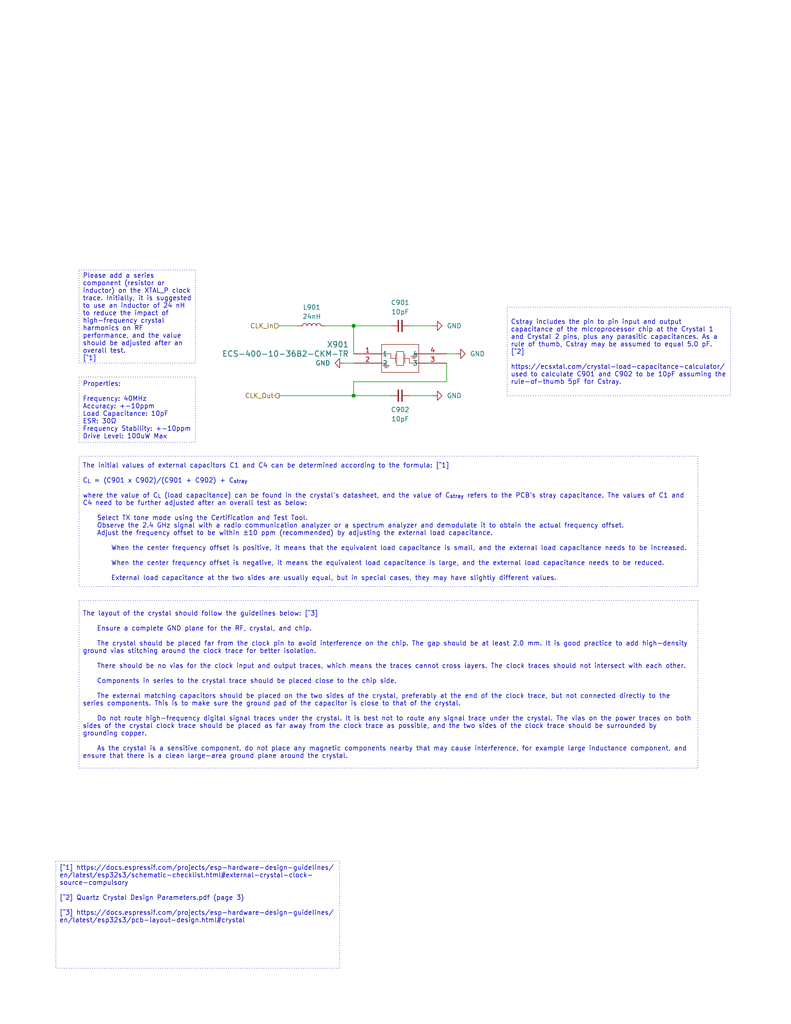
<source format=kicad_sch>
(kicad_sch
	(version 20231120)
	(generator "eeschema")
	(generator_version "8.0")
	(uuid "9c1e2605-977a-4c2b-bc76-ca44aec4a95c")
	(paper "A" portrait)
	(title_block
		(title "Comms Badge Voice Assistant")
		(date "2024-03-02")
		(rev "0.1.1")
		(company "Home Sweet Home Assistant")
	)
	(lib_symbols
		(symbol "Comms Badge Voice Assistant Project:C_Small"
			(pin_numbers hide)
			(pin_names
				(offset 0.254) hide)
			(exclude_from_sim no)
			(in_bom yes)
			(on_board yes)
			(property "Reference" "C"
				(at 0.254 1.778 0)
				(effects
					(font
						(size 1.27 1.27)
					)
					(justify left)
				)
			)
			(property "Value" "C_Small"
				(at 0.254 -2.032 0)
				(effects
					(font
						(size 1.27 1.27)
					)
					(justify left)
				)
			)
			(property "Footprint" ""
				(at 0 0 0)
				(effects
					(font
						(size 1.27 1.27)
					)
					(hide yes)
				)
			)
			(property "Datasheet" "~"
				(at 0 0 0)
				(effects
					(font
						(size 1.27 1.27)
					)
					(hide yes)
				)
			)
			(property "Description" "Unpolarized capacitor, small symbol"
				(at 0 0 0)
				(effects
					(font
						(size 1.27 1.27)
					)
					(hide yes)
				)
			)
			(property "ki_keywords" "capacitor cap"
				(at 0 0 0)
				(effects
					(font
						(size 1.27 1.27)
					)
					(hide yes)
				)
			)
			(property "ki_fp_filters" "C_*"
				(at 0 0 0)
				(effects
					(font
						(size 1.27 1.27)
					)
					(hide yes)
				)
			)
			(symbol "C_Small_0_1"
				(polyline
					(pts
						(xy -1.524 -0.508) (xy 1.524 -0.508)
					)
					(stroke
						(width 0.3302)
						(type default)
					)
					(fill
						(type none)
					)
				)
				(polyline
					(pts
						(xy -1.524 0.508) (xy 1.524 0.508)
					)
					(stroke
						(width 0.3048)
						(type default)
					)
					(fill
						(type none)
					)
				)
			)
			(symbol "C_Small_1_1"
				(pin passive line
					(at 0 2.54 270)
					(length 2.032)
					(name "~"
						(effects
							(font
								(size 1.27 1.27)
							)
						)
					)
					(number "1"
						(effects
							(font
								(size 1.27 1.27)
							)
						)
					)
				)
				(pin passive line
					(at 0 -2.54 90)
					(length 2.032)
					(name "~"
						(effects
							(font
								(size 1.27 1.27)
							)
						)
					)
					(number "2"
						(effects
							(font
								(size 1.27 1.27)
							)
						)
					)
				)
			)
		)
		(symbol "Comms Badge Voice Assistant Project:ECS-400-10-36B2-CKM-TR"
			(pin_names
				(offset 0.254)
			)
			(exclude_from_sim no)
			(in_bom yes)
			(on_board yes)
			(property "Reference" "X901"
				(at -1.27 2.54 0)
				(effects
					(font
						(size 1.524 1.524)
					)
					(justify right)
				)
			)
			(property "Value" "ECS-400-10-36B2-CKM-TR"
				(at -1.27 0 0)
				(effects
					(font
						(size 1.524 1.524)
					)
					(justify right)
				)
			)
			(property "Footprint" "ECS-400_ECS"
				(at 0 0 0)
				(effects
					(font
						(size 1.27 1.27)
						(italic yes)
					)
					(hide yes)
				)
			)
			(property "Datasheet" "https://ecsxtal.com/store/pdf/ECX-2236B2.pdf"
				(at 0 0 0)
				(effects
					(font
						(size 1.27 1.27)
						(italic yes)
					)
					(hide yes)
				)
			)
			(property "Description" ""
				(at 0 0 0)
				(effects
					(font
						(size 1.27 1.27)
					)
					(hide yes)
				)
			)
			(property "LCSC #" "NA"
				(at 0 0 0)
				(effects
					(font
						(size 1.27 1.27)
					)
					(hide yes)
				)
			)
			(property "Mfr. Part #" "ECS-400-10-36B2-CKM-TR"
				(at 0 0 0)
				(effects
					(font
						(size 1.27 1.27)
					)
					(hide yes)
				)
			)
			(property "DigiKey #" "50-ECS-400-10-36B2-CKM-TRCT-ND"
				(at 0 0 0)
				(effects
					(font
						(size 1.27 1.27)
					)
					(hide yes)
				)
			)
			(property "Mouser #" "520-400-10-36B2CKMTR"
				(at 0 0 0)
				(effects
					(font
						(size 1.27 1.27)
					)
					(hide yes)
				)
			)
			(property "Price" "0.42"
				(at 0 0 0)
				(effects
					(font
						(size 1.27 1.27)
					)
					(hide yes)
				)
			)
			(property "ki_locked" ""
				(at 0 0 0)
				(effects
					(font
						(size 1.27 1.27)
					)
				)
			)
			(property "ki_keywords" "ECS-400-10-36B2-CKM-TR"
				(at 0 0 0)
				(effects
					(font
						(size 1.27 1.27)
					)
					(hide yes)
				)
			)
			(property "ki_fp_filters" "ECS-400_ECS"
				(at 0 0 0)
				(effects
					(font
						(size 1.27 1.27)
					)
					(hide yes)
				)
			)
			(symbol "ECS-400-10-36B2-CKM-TR_0_1"
				(polyline
					(pts
						(xy 7.62 -5.08) (xy 17.78 -5.08)
					)
					(stroke
						(width 0.127)
						(type default)
					)
					(fill
						(type none)
					)
				)
				(polyline
					(pts
						(xy 7.62 -2.54) (xy 8.89 -2.54)
					)
					(stroke
						(width 0.127)
						(type default)
					)
					(fill
						(type none)
					)
				)
				(polyline
					(pts
						(xy 7.62 2.54) (xy 7.62 -5.08)
					)
					(stroke
						(width 0.127)
						(type default)
					)
					(fill
						(type none)
					)
				)
				(polyline
					(pts
						(xy 7.9375 -3.175) (xy 9.8425 -3.175)
					)
					(stroke
						(width 0.127)
						(type default)
					)
					(fill
						(type none)
					)
				)
				(polyline
					(pts
						(xy 8.255 -3.4925) (xy 9.525 -3.4925)
					)
					(stroke
						(width 0.127)
						(type default)
					)
					(fill
						(type none)
					)
				)
				(polyline
					(pts
						(xy 8.5725 -3.81) (xy 9.2075 -3.81)
					)
					(stroke
						(width 0.127)
						(type default)
					)
					(fill
						(type none)
					)
				)
				(polyline
					(pts
						(xy 8.89 -2.54) (xy 8.89 -3.175)
					)
					(stroke
						(width 0.127)
						(type default)
					)
					(fill
						(type none)
					)
				)
				(polyline
					(pts
						(xy 10.16 -1.27) (xy 10.16 0)
					)
					(stroke
						(width 0.127)
						(type default)
					)
					(fill
						(type none)
					)
				)
				(polyline
					(pts
						(xy 10.16 0) (xy 7.62 0)
					)
					(stroke
						(width 0.127)
						(type default)
					)
					(fill
						(type none)
					)
				)
				(polyline
					(pts
						(xy 11.43 -1.27) (xy 10.16 -1.27)
					)
					(stroke
						(width 0.127)
						(type default)
					)
					(fill
						(type none)
					)
				)
				(polyline
					(pts
						(xy 11.43 0) (xy 11.43 -2.54)
					)
					(stroke
						(width 0.127)
						(type default)
					)
					(fill
						(type none)
					)
				)
				(polyline
					(pts
						(xy 11.7475 -3.175) (xy 13.6525 -3.175)
					)
					(stroke
						(width 0.127)
						(type default)
					)
					(fill
						(type none)
					)
				)
				(polyline
					(pts
						(xy 11.7475 0.635) (xy 11.7475 -3.175)
					)
					(stroke
						(width 0.127)
						(type default)
					)
					(fill
						(type none)
					)
				)
				(polyline
					(pts
						(xy 13.6525 -3.175) (xy 13.6525 0.635)
					)
					(stroke
						(width 0.127)
						(type default)
					)
					(fill
						(type none)
					)
				)
				(polyline
					(pts
						(xy 13.6525 0.635) (xy 11.7475 0.635)
					)
					(stroke
						(width 0.127)
						(type default)
					)
					(fill
						(type none)
					)
				)
				(polyline
					(pts
						(xy 13.97 -1.27) (xy 15.24 -1.27)
					)
					(stroke
						(width 0.127)
						(type default)
					)
					(fill
						(type none)
					)
				)
				(polyline
					(pts
						(xy 13.97 0) (xy 13.97 -2.54)
					)
					(stroke
						(width 0.127)
						(type default)
					)
					(fill
						(type none)
					)
				)
				(polyline
					(pts
						(xy 15.24 -2.54) (xy 17.78 -2.54)
					)
					(stroke
						(width 0.127)
						(type default)
					)
					(fill
						(type none)
					)
				)
				(polyline
					(pts
						(xy 15.24 -1.27) (xy 15.24 -2.54)
					)
					(stroke
						(width 0.127)
						(type default)
					)
					(fill
						(type none)
					)
				)
				(polyline
					(pts
						(xy 16.51 0) (xy 16.51 -0.635)
					)
					(stroke
						(width 0.127)
						(type default)
					)
					(fill
						(type none)
					)
				)
				(polyline
					(pts
						(xy 16.8275 -1.27) (xy 16.1925 -1.27)
					)
					(stroke
						(width 0.127)
						(type default)
					)
					(fill
						(type none)
					)
				)
				(polyline
					(pts
						(xy 17.145 -0.9525) (xy 15.875 -0.9525)
					)
					(stroke
						(width 0.127)
						(type default)
					)
					(fill
						(type none)
					)
				)
				(polyline
					(pts
						(xy 17.4625 -0.635) (xy 15.5575 -0.635)
					)
					(stroke
						(width 0.127)
						(type default)
					)
					(fill
						(type none)
					)
				)
				(polyline
					(pts
						(xy 17.78 -5.08) (xy 17.78 2.54)
					)
					(stroke
						(width 0.127)
						(type default)
					)
					(fill
						(type none)
					)
				)
				(polyline
					(pts
						(xy 17.78 0) (xy 16.51 0)
					)
					(stroke
						(width 0.127)
						(type default)
					)
					(fill
						(type none)
					)
				)
				(polyline
					(pts
						(xy 17.78 2.54) (xy 7.62 2.54)
					)
					(stroke
						(width 0.127)
						(type default)
					)
					(fill
						(type none)
					)
				)
			)
			(symbol "ECS-400-10-36B2-CKM-TR_1_1"
				(pin input line
					(at 0 0 0)
					(length 7.62)
					(name "1"
						(effects
							(font
								(size 1.27 1.27)
							)
						)
					)
					(number "1"
						(effects
							(font
								(size 1.27 1.27)
							)
						)
					)
				)
				(pin power_in line
					(at 0 -2.54 0)
					(length 7.62)
					(name "2"
						(effects
							(font
								(size 1.27 1.27)
							)
						)
					)
					(number "2"
						(effects
							(font
								(size 1.27 1.27)
							)
						)
					)
				)
				(pin output line
					(at 25.4 -2.54 180)
					(length 7.62)
					(name "3"
						(effects
							(font
								(size 1.27 1.27)
							)
						)
					)
					(number "3"
						(effects
							(font
								(size 1.27 1.27)
							)
						)
					)
				)
				(pin power_in line
					(at 25.4 0 180)
					(length 7.62)
					(name "4"
						(effects
							(font
								(size 1.27 1.27)
							)
						)
					)
					(number "4"
						(effects
							(font
								(size 1.27 1.27)
							)
						)
					)
				)
			)
		)
		(symbol "Comms Badge Voice Assistant Project:GND"
			(power)
			(pin_names
				(offset 0)
			)
			(exclude_from_sim no)
			(in_bom yes)
			(on_board yes)
			(property "Reference" "#PWR"
				(at 0 -6.35 0)
				(effects
					(font
						(size 1.27 1.27)
					)
					(hide yes)
				)
			)
			(property "Value" "GND"
				(at 0 -3.81 0)
				(effects
					(font
						(size 1.27 1.27)
					)
				)
			)
			(property "Footprint" ""
				(at 0 0 0)
				(effects
					(font
						(size 1.27 1.27)
					)
					(hide yes)
				)
			)
			(property "Datasheet" ""
				(at 0 0 0)
				(effects
					(font
						(size 1.27 1.27)
					)
					(hide yes)
				)
			)
			(property "Description" "Power symbol creates a global label with name \"GND\" , ground"
				(at 0 0 0)
				(effects
					(font
						(size 1.27 1.27)
					)
					(hide yes)
				)
			)
			(property "ki_keywords" "global power"
				(at 0 0 0)
				(effects
					(font
						(size 1.27 1.27)
					)
					(hide yes)
				)
			)
			(symbol "GND_0_1"
				(polyline
					(pts
						(xy 0 0) (xy 0 -1.27) (xy 1.27 -1.27) (xy 0 -2.54) (xy -1.27 -1.27) (xy 0 -1.27)
					)
					(stroke
						(width 0)
						(type default)
					)
					(fill
						(type none)
					)
				)
			)
			(symbol "GND_1_1"
				(pin power_in line
					(at 0 0 270)
					(length 0) hide
					(name "GND"
						(effects
							(font
								(size 1.27 1.27)
							)
						)
					)
					(number "1"
						(effects
							(font
								(size 1.27 1.27)
							)
						)
					)
				)
			)
		)
		(symbol "Comms Badge Voice Assistant Project:L"
			(pin_numbers hide)
			(pin_names
				(offset 1.016) hide)
			(exclude_from_sim no)
			(in_bom yes)
			(on_board yes)
			(property "Reference" "L"
				(at -1.27 0 90)
				(effects
					(font
						(size 1.27 1.27)
					)
				)
			)
			(property "Value" "L"
				(at 1.905 0 90)
				(effects
					(font
						(size 1.27 1.27)
					)
				)
			)
			(property "Footprint" ""
				(at 0 0 0)
				(effects
					(font
						(size 1.27 1.27)
					)
					(hide yes)
				)
			)
			(property "Datasheet" "~"
				(at 0 0 0)
				(effects
					(font
						(size 1.27 1.27)
					)
					(hide yes)
				)
			)
			(property "Description" "Inductor"
				(at 0 0 0)
				(effects
					(font
						(size 1.27 1.27)
					)
					(hide yes)
				)
			)
			(property "ki_keywords" "inductor choke coil reactor magnetic"
				(at 0 0 0)
				(effects
					(font
						(size 1.27 1.27)
					)
					(hide yes)
				)
			)
			(property "ki_fp_filters" "Choke_* *Coil* Inductor_* L_*"
				(at 0 0 0)
				(effects
					(font
						(size 1.27 1.27)
					)
					(hide yes)
				)
			)
			(symbol "L_0_1"
				(arc
					(start 0 -2.54)
					(mid 0.6323 -1.905)
					(end 0 -1.27)
					(stroke
						(width 0)
						(type default)
					)
					(fill
						(type none)
					)
				)
				(arc
					(start 0 -1.27)
					(mid 0.6323 -0.635)
					(end 0 0)
					(stroke
						(width 0)
						(type default)
					)
					(fill
						(type none)
					)
				)
				(arc
					(start 0 0)
					(mid 0.6323 0.635)
					(end 0 1.27)
					(stroke
						(width 0)
						(type default)
					)
					(fill
						(type none)
					)
				)
				(arc
					(start 0 1.27)
					(mid 0.6323 1.905)
					(end 0 2.54)
					(stroke
						(width 0)
						(type default)
					)
					(fill
						(type none)
					)
				)
			)
			(symbol "L_1_1"
				(pin passive line
					(at 0 3.81 270)
					(length 1.27)
					(name "1"
						(effects
							(font
								(size 1.27 1.27)
							)
						)
					)
					(number "1"
						(effects
							(font
								(size 1.27 1.27)
							)
						)
					)
				)
				(pin passive line
					(at 0 -3.81 90)
					(length 1.27)
					(name "2"
						(effects
							(font
								(size 1.27 1.27)
							)
						)
					)
					(number "2"
						(effects
							(font
								(size 1.27 1.27)
							)
						)
					)
				)
			)
		)
	)
	(junction
		(at 96.52 88.9)
		(diameter 0)
		(color 0 0 0 0)
		(uuid "69b0243e-180e-49f7-8f1c-75ab0d2d4259")
	)
	(junction
		(at 96.52 107.95)
		(diameter 0)
		(color 0 0 0 0)
		(uuid "f14e4372-fdc1-4060-bffc-36b59dc6159e")
	)
	(wire
		(pts
			(xy 96.52 88.9) (xy 106.68 88.9)
		)
		(stroke
			(width 0)
			(type default)
		)
		(uuid "1a642563-d60a-4a3f-89ac-09d9393a45bd")
	)
	(wire
		(pts
			(xy 76.2 88.9) (xy 81.28 88.9)
		)
		(stroke
			(width 0)
			(type default)
		)
		(uuid "1f90d03f-cc69-44e0-9a21-fa37cef04e1e")
	)
	(wire
		(pts
			(xy 96.52 107.95) (xy 106.68 107.95)
		)
		(stroke
			(width 0)
			(type default)
		)
		(uuid "39411b68-459a-4d90-9503-a1ab9474c8b7")
	)
	(wire
		(pts
			(xy 88.9 88.9) (xy 96.52 88.9)
		)
		(stroke
			(width 0)
			(type default)
		)
		(uuid "3d2ec37b-efa3-48ff-a072-36056f59d9ab")
	)
	(wire
		(pts
			(xy 93.98 99.06) (xy 96.52 99.06)
		)
		(stroke
			(width 0)
			(type default)
		)
		(uuid "4dbcfc61-d293-488f-abc5-390466654bc5")
	)
	(wire
		(pts
			(xy 121.92 96.52) (xy 124.46 96.52)
		)
		(stroke
			(width 0)
			(type default)
		)
		(uuid "581672ae-0115-45d9-981a-77111321c164")
	)
	(wire
		(pts
			(xy 121.92 99.06) (xy 121.92 104.14)
		)
		(stroke
			(width 0)
			(type default)
		)
		(uuid "727c28ad-ed21-4846-a03c-dcf3e2599e1a")
	)
	(wire
		(pts
			(xy 111.76 107.95) (xy 118.11 107.95)
		)
		(stroke
			(width 0)
			(type default)
		)
		(uuid "7ed8ccce-a7cf-4c7c-a9d3-626c54b6ae01")
	)
	(wire
		(pts
			(xy 76.2 107.95) (xy 96.52 107.95)
		)
		(stroke
			(width 0)
			(type default)
		)
		(uuid "83584bb3-c013-4fe7-bfa9-3a1a27ad674b")
	)
	(wire
		(pts
			(xy 96.52 88.9) (xy 96.52 96.52)
		)
		(stroke
			(width 0)
			(type default)
		)
		(uuid "a5755048-36a3-433c-9285-1a55b79bcf1f")
	)
	(wire
		(pts
			(xy 118.11 88.9) (xy 111.76 88.9)
		)
		(stroke
			(width 0)
			(type default)
		)
		(uuid "d4e47c02-b4f1-45f2-b338-966e1e8ddba8")
	)
	(wire
		(pts
			(xy 96.52 104.14) (xy 96.52 107.95)
		)
		(stroke
			(width 0)
			(type default)
		)
		(uuid "eecb7b76-a4be-4f43-835d-7231b183006b")
	)
	(wire
		(pts
			(xy 121.92 104.14) (xy 96.52 104.14)
		)
		(stroke
			(width 0)
			(type default)
		)
		(uuid "f5b02229-fd2d-4e0d-90ad-ee480e2e349b")
	)
	(text_box "Cstray includes the pin to pin input and output capacitance of the microprocessor chip at the Crystal 1 and Crystal 2 pins, plus any parasitic capacitances. As a rule of thumb, Cstray may be assumed to equal 5.0 pF. [^2]\n\nhttps://ecsxtal.com/crystal-load-capacitance-calculator/ used to calculate C901 and C902 to be 10pF assuming the rule-of-thumb 5pF for Cstray."
		(exclude_from_sim no)
		(at 138.43 83.82 0)
		(size 60.96 24.13)
		(stroke
			(width 0)
			(type dot)
		)
		(fill
			(type none)
		)
		(effects
			(font
				(size 1.27 1.27)
			)
			(justify left)
		)
		(uuid "21cc5ff2-dc5e-4ffe-8e0a-e6acc8b45f09")
	)
	(text_box "The layout of the crystal should follow the guidelines below: [^3]\n\n    Ensure a complete GND plane for the RF, crystal, and chip.\n\n    The crystal should be placed far from the clock pin to avoid interference on the chip. The gap should be at least 2.0 mm. It is good practice to add high-density ground vias stitching around the clock trace for better isolation.\n\n    There should be no vias for the clock input and output traces, which means the traces cannot cross layers. The clock traces should not intersect with each other.\n\n    Components in series to the crystal trace should be placed close to the chip side.\n\n    The external matching capacitors should be placed on the two sides of the crystal, preferably at the end of the clock trace, but not connected directly to the series components. This is to make sure the ground pad of the capacitor is close to that of the crystal.\n\n    Do not route high-frequency digital signal traces under the crystal. It is best not to route any signal trace under the crystal. The vias on the power traces on both sides of the crystal clock trace should be placed as far away from the clock trace as possible, and the two sides of the clock trace should be surrounded by grounding copper.\n\n    As the crystal is a sensitive component, do not place any magnetic components nearby that may cause interference, for example large inductance component, and ensure that there is a clean large-area ground plane around the crystal.\n"
		(exclude_from_sim no)
		(at 21.59 163.83 0)
		(size 168.91 45.72)
		(stroke
			(width 0)
			(type dot)
		)
		(fill
			(type none)
		)
		(effects
			(font
				(size 1.27 1.27)
			)
			(justify left)
		)
		(uuid "40994696-fa0f-4db1-871e-d201fbde7be4")
	)
	(text_box "Properties:\n\nFrequency: 40MHz\nAccuracy: +-10ppm\nLoad Capacitance: 10pF\nESR: 30Ω\nFrequency Stability: +-10ppm\nDrive Level: 100uW Max"
		(exclude_from_sim no)
		(at 21.59 102.87 0)
		(size 31.75 17.78)
		(stroke
			(width 0)
			(type dot)
		)
		(fill
			(type none)
		)
		(effects
			(font
				(size 1.27 1.27)
			)
			(justify left)
		)
		(uuid "8debc668-bd42-4be0-ab87-faab5ec7548c")
	)
	(text_box "[^1] https://docs.espressif.com/projects/esp-hardware-design-guidelines/\nen/latest/esp32s3/schematic-checklist.html#external-crystal-clock-\nsource-compulsory\n\n[^2] Quartz Crystal Design Parameters.pdf (page 3)\n\n[^3] https://docs.espressif.com/projects/esp-hardware-design-guidelines/\nen/latest/esp32s3/pcb-layout-design.html#crystal"
		(exclude_from_sim no)
		(at 15.24 234.95 0)
		(size 77.47 29.21)
		(stroke
			(width 0)
			(type dot)
		)
		(fill
			(type none)
		)
		(effects
			(font
				(size 1.27 1.27)
			)
			(justify left top)
		)
		(uuid "944b97f0-7c18-4e5a-8a2d-7f0228879257")
	)
	(text_box "The initial values of external capacitors C1 and C4 can be determined according to the formula: [^1]\n\nC_{L} = (C901 x C902)/(C901 + C902) + C_{stray}\n\nwhere the value of C_{L} (load capacitance) can be found in the crystal's datasheet, and the value of C_{stray} refers to the PCB's stray capacitance. The values of C1 and C4 need to be further adjusted after an overall test as below:\n\n    Select TX tone mode using the Certification and Test Tool.\n    Observe the 2.4 GHz signal with a radio communication analyzer or a spectrum analyzer and demodulate it to obtain the actual frequency offset.\n    Adjust the frequency offset to be within ±10 ppm (recommended) by adjusting the external load capacitance.\n\n        When the center frequency offset is positive, it means that the equivalent load capacitance is small, and the external load capacitance needs to be increased.\n\n        When the center frequency offset is negative, it means the equivalent load capacitance is large, and the external load capacitance needs to be reduced.\n\n        External load capacitance at the two sides are usually equal, but in special cases, they may have slightly different values.\n\n"
		(exclude_from_sim no)
		(at 21.59 124.46 0)
		(size 168.91 35.56)
		(stroke
			(width 0)
			(type dot)
		)
		(fill
			(type none)
		)
		(effects
			(font
				(size 1.27 1.27)
			)
			(justify left)
		)
		(uuid "b4d92257-06f5-4895-bb13-8eaa1470ce18")
	)
	(text_box "Please add a series component (resistor or inductor) on the XTAL_P clock trace. Initially, it is suggested to use an inductor of 24 nH to reduce the impact of high-frequency crystal harmonics on RF performance, and the value should be adjusted after an overall test.\n[^1]"
		(exclude_from_sim no)
		(at 21.59 73.66 0)
		(size 31.75 25.4)
		(stroke
			(width 0)
			(type dot)
		)
		(fill
			(type none)
		)
		(effects
			(font
				(size 1.27 1.27)
			)
			(justify left)
		)
		(uuid "bd6f3a01-dab8-4632-9687-9d925669a379")
	)
	(hierarchical_label "CLK_Out"
		(shape output)
		(at 76.2 107.95 180)
		(fields_autoplaced yes)
		(effects
			(font
				(size 1.27 1.27)
			)
			(justify right)
		)
		(uuid "8cc8393b-b2c5-443e-a2ca-59ff01d8437b")
	)
	(hierarchical_label "CLK_In"
		(shape input)
		(at 76.2 88.9 180)
		(fields_autoplaced yes)
		(effects
			(font
				(size 1.27 1.27)
			)
			(justify right)
		)
		(uuid "bcdf3682-f2cf-4603-acdb-7254138f1726")
	)
	(symbol
		(lib_id "Comms Badge Voice Assistant Project:C_Small")
		(at 109.22 107.95 270)
		(mirror x)
		(unit 1)
		(exclude_from_sim no)
		(in_bom yes)
		(on_board yes)
		(dnp no)
		(uuid "0fcc1599-3455-44a5-85b9-f83a7d9446b9")
		(property "Reference" "C902"
			(at 109.22 111.76 90)
			(effects
				(font
					(size 1.27 1.27)
				)
			)
		)
		(property "Value" "10pF"
			(at 109.2264 114.3 90)
			(effects
				(font
					(size 1.27 1.27)
				)
			)
		)
		(property "Footprint" "Capacitor_SMD:C_0402_1005Metric"
			(at 109.22 107.95 0)
			(effects
				(font
					(size 1.27 1.27)
				)
				(hide yes)
			)
		)
		(property "Datasheet" "https://datasheet.lcsc.com/lcsc/1811081611_Murata-Electronics-GRM1555C1H100JA01D_C76946.pdf"
			(at 109.22 107.95 0)
			(effects
				(font
					(size 1.27 1.27)
				)
				(hide yes)
			)
		)
		(property "Description" ""
			(at 109.22 107.95 0)
			(effects
				(font
					(size 1.27 1.27)
				)
				(hide yes)
			)
		)
		(property "LCSC #" "C76946"
			(at 109.22 107.95 0)
			(effects
				(font
					(size 1.27 1.27)
				)
				(hide yes)
			)
		)
		(property "Mfr. Part #" "GRM1555C1H100JA01D"
			(at 109.22 107.95 0)
			(effects
				(font
					(size 1.27 1.27)
				)
				(hide yes)
			)
		)
		(property "DigiKey #" "490-5921-1-ND"
			(at 109.22 107.95 0)
			(effects
				(font
					(size 1.27 1.27)
				)
				(hide yes)
			)
		)
		(property "Mouser #" "81-GRM1555C1H100JA1D"
			(at 109.22 107.95 0)
			(effects
				(font
					(size 1.27 1.27)
				)
				(hide yes)
			)
		)
		(property "Price" "0.0023"
			(at 109.22 107.95 0)
			(effects
				(font
					(size 1.27 1.27)
				)
				(hide yes)
			)
		)
		(pin "1"
			(uuid "11cab66e-4b28-48b1-b4aa-e9616832ff65")
		)
		(pin "2"
			(uuid "b39c4e21-ec56-43e3-b371-3f16bf322631")
		)
		(instances
			(project "Comms Badge Voice Assistant Project"
				(path "/615e3260-ff62-492c-a651-02eeac1fdade/5fa97130-643a-4419-aa6c-6ca7316b1e6f/09f48b8d-07cd-46fe-95b6-2879010ec67f"
					(reference "C902")
					(unit 1)
				)
			)
		)
	)
	(symbol
		(lib_id "Comms Badge Voice Assistant Project:L")
		(at 85.09 88.9 90)
		(unit 1)
		(exclude_from_sim no)
		(in_bom yes)
		(on_board yes)
		(dnp no)
		(fields_autoplaced yes)
		(uuid "609a8c68-c28b-4788-9a18-31fd8fc470b8")
		(property "Reference" "L901"
			(at 85.09 83.82 90)
			(effects
				(font
					(size 1.27 1.27)
				)
			)
		)
		(property "Value" "24nH"
			(at 85.09 86.36 90)
			(effects
				(font
					(size 1.27 1.27)
				)
			)
		)
		(property "Footprint" "Inductor_SMD:L_0402_1005Metric_Pad0.77x0.64mm_HandSolder"
			(at 85.09 88.9 0)
			(effects
				(font
					(size 1.27 1.27)
				)
				(hide yes)
			)
		)
		(property "Datasheet" "https://datasheet.lcsc.com/lcsc/2302231208_FH--Guangdong-Fenghua-Advanced-Tech-FHW0402UC024JST_C317961.pdf"
			(at 85.09 88.9 0)
			(effects
				(font
					(size 1.27 1.27)
				)
				(hide yes)
			)
		)
		(property "Description" ""
			(at 85.09 88.9 0)
			(effects
				(font
					(size 1.27 1.27)
				)
				(hide yes)
			)
		)
		(property "LCSC #" "C317961"
			(at 85.09 88.9 0)
			(effects
				(font
					(size 1.27 1.27)
				)
				(hide yes)
			)
		)
		(property "Mfr. Part #" "FHW0402UC024JST"
			(at 85.09 88.9 0)
			(effects
				(font
					(size 1.27 1.27)
				)
				(hide yes)
			)
		)
		(property "DigiKey #" "NA"
			(at 85.09 88.9 0)
			(effects
				(font
					(size 1.27 1.27)
				)
				(hide yes)
			)
		)
		(property "Mouser #" "NA"
			(at 85.09 88.9 0)
			(effects
				(font
					(size 1.27 1.27)
				)
				(hide yes)
			)
		)
		(property "Price" "0.0555"
			(at 85.09 88.9 0)
			(effects
				(font
					(size 1.27 1.27)
				)
				(hide yes)
			)
		)
		(pin "1"
			(uuid "2c995d54-6674-43e6-8142-705c2ed879f2")
		)
		(pin "2"
			(uuid "1c59e4b6-4d26-41cc-9bda-a3fc934f6bf6")
		)
		(instances
			(project "Comms Badge Voice Assistant Project"
				(path "/615e3260-ff62-492c-a651-02eeac1fdade/5fa97130-643a-4419-aa6c-6ca7316b1e6f/09f48b8d-07cd-46fe-95b6-2879010ec67f"
					(reference "L901")
					(unit 1)
				)
			)
		)
	)
	(symbol
		(lib_id "Comms Badge Voice Assistant Project:ECS-400-10-36B2-CKM-TR")
		(at 96.52 96.52 0)
		(unit 1)
		(exclude_from_sim no)
		(in_bom yes)
		(on_board yes)
		(dnp no)
		(uuid "8cb51872-cfaf-43a7-885c-93e0e19f8db2")
		(property "Reference" "X901"
			(at 95.25 93.98 0)
			(effects
				(font
					(size 1.524 1.524)
				)
				(justify right)
			)
		)
		(property "Value" "ECS-400-10-36B2-CKM-TR"
			(at 95.25 96.52 0)
			(effects
				(font
					(size 1.524 1.524)
				)
				(justify right)
			)
		)
		(property "Footprint" "ECS-400_ECS"
			(at 96.52 96.52 0)
			(effects
				(font
					(size 1.27 1.27)
					(italic yes)
				)
				(hide yes)
			)
		)
		(property "Datasheet" "https://ecsxtal.com/store/pdf/ECX-2236B2.pdf"
			(at 96.52 96.52 0)
			(effects
				(font
					(size 1.27 1.27)
					(italic yes)
				)
				(hide yes)
			)
		)
		(property "Description" ""
			(at 96.52 96.52 0)
			(effects
				(font
					(size 1.27 1.27)
				)
				(hide yes)
			)
		)
		(property "LCSC #" "NA"
			(at 96.52 96.52 0)
			(effects
				(font
					(size 1.27 1.27)
				)
				(hide yes)
			)
		)
		(property "Mfr. Part #" "ECS-400-10-36B2-CKM-TR"
			(at 96.52 96.52 0)
			(effects
				(font
					(size 1.27 1.27)
				)
				(hide yes)
			)
		)
		(property "DigiKey #" "50-ECS-400-10-36B2-CKM-TRCT-ND"
			(at 96.52 96.52 0)
			(effects
				(font
					(size 1.27 1.27)
				)
				(hide yes)
			)
		)
		(property "Mouser #" "520-400-10-36B2CKMTR"
			(at 96.52 96.52 0)
			(effects
				(font
					(size 1.27 1.27)
				)
				(hide yes)
			)
		)
		(property "Price" "0.42"
			(at 96.52 96.52 0)
			(effects
				(font
					(size 1.27 1.27)
				)
				(hide yes)
			)
		)
		(pin "1"
			(uuid "c6cb2f23-fe1c-4e28-96b0-cc4adaf02427")
		)
		(pin "2"
			(uuid "3c9a3c68-430b-484d-815c-fa0890ce79e9")
		)
		(pin "3"
			(uuid "36b886ac-c5d6-4286-adf1-23679cc03054")
		)
		(pin "4"
			(uuid "e7018886-43f9-4a8a-aea6-feaf06c98911")
		)
		(instances
			(project "Comms Badge Voice Assistant Project"
				(path "/615e3260-ff62-492c-a651-02eeac1fdade/5fa97130-643a-4419-aa6c-6ca7316b1e6f/09f48b8d-07cd-46fe-95b6-2879010ec67f"
					(reference "X901")
					(unit 1)
				)
			)
		)
	)
	(symbol
		(lib_id "Comms Badge Voice Assistant Project:GND")
		(at 93.98 99.06 270)
		(unit 1)
		(exclude_from_sim no)
		(in_bom yes)
		(on_board yes)
		(dnp no)
		(fields_autoplaced yes)
		(uuid "8ef39b65-f3ba-4808-80e7-7b489f37bb98")
		(property "Reference" "#PWR0904"
			(at 87.63 99.06 0)
			(effects
				(font
					(size 1.27 1.27)
				)
				(hide yes)
			)
		)
		(property "Value" "GND"
			(at 90.17 99.06 90)
			(effects
				(font
					(size 1.27 1.27)
				)
				(justify right)
			)
		)
		(property "Footprint" ""
			(at 93.98 99.06 0)
			(effects
				(font
					(size 1.27 1.27)
				)
				(hide yes)
			)
		)
		(property "Datasheet" ""
			(at 93.98 99.06 0)
			(effects
				(font
					(size 1.27 1.27)
				)
				(hide yes)
			)
		)
		(property "Description" ""
			(at 93.98 99.06 0)
			(effects
				(font
					(size 1.27 1.27)
				)
				(hide yes)
			)
		)
		(pin "1"
			(uuid "38b9b475-d18a-4570-9f08-97a9d2786ea4")
		)
		(instances
			(project "Comms Badge Voice Assistant Project"
				(path "/615e3260-ff62-492c-a651-02eeac1fdade/5fa97130-643a-4419-aa6c-6ca7316b1e6f/09f48b8d-07cd-46fe-95b6-2879010ec67f"
					(reference "#PWR0904")
					(unit 1)
				)
			)
		)
	)
	(symbol
		(lib_id "Comms Badge Voice Assistant Project:GND")
		(at 118.11 107.95 90)
		(unit 1)
		(exclude_from_sim no)
		(in_bom yes)
		(on_board yes)
		(dnp no)
		(fields_autoplaced yes)
		(uuid "bc5e7d10-1289-45ce-b78d-a5da8ea1ea41")
		(property "Reference" "#PWR0901"
			(at 124.46 107.95 0)
			(effects
				(font
					(size 1.27 1.27)
				)
				(hide yes)
			)
		)
		(property "Value" "GND"
			(at 121.92 107.95 90)
			(effects
				(font
					(size 1.27 1.27)
				)
				(justify right)
			)
		)
		(property "Footprint" ""
			(at 118.11 107.95 0)
			(effects
				(font
					(size 1.27 1.27)
				)
				(hide yes)
			)
		)
		(property "Datasheet" ""
			(at 118.11 107.95 0)
			(effects
				(font
					(size 1.27 1.27)
				)
				(hide yes)
			)
		)
		(property "Description" ""
			(at 118.11 107.95 0)
			(effects
				(font
					(size 1.27 1.27)
				)
				(hide yes)
			)
		)
		(pin "1"
			(uuid "724e6ff8-f1cb-4f20-93f6-db1f96fd72ae")
		)
		(instances
			(project "Comms Badge Voice Assistant Project"
				(path "/615e3260-ff62-492c-a651-02eeac1fdade/5fa97130-643a-4419-aa6c-6ca7316b1e6f/09f48b8d-07cd-46fe-95b6-2879010ec67f"
					(reference "#PWR0901")
					(unit 1)
				)
			)
		)
	)
	(symbol
		(lib_id "Comms Badge Voice Assistant Project:GND")
		(at 124.46 96.52 90)
		(unit 1)
		(exclude_from_sim no)
		(in_bom yes)
		(on_board yes)
		(dnp no)
		(fields_autoplaced yes)
		(uuid "c77e041e-5dde-4e89-9f4a-5957a493f2b2")
		(property "Reference" "#PWR0902"
			(at 130.81 96.52 0)
			(effects
				(font
					(size 1.27 1.27)
				)
				(hide yes)
			)
		)
		(property "Value" "GND"
			(at 128.27 96.52 90)
			(effects
				(font
					(size 1.27 1.27)
				)
				(justify right)
			)
		)
		(property "Footprint" ""
			(at 124.46 96.52 0)
			(effects
				(font
					(size 1.27 1.27)
				)
				(hide yes)
			)
		)
		(property "Datasheet" ""
			(at 124.46 96.52 0)
			(effects
				(font
					(size 1.27 1.27)
				)
				(hide yes)
			)
		)
		(property "Description" ""
			(at 124.46 96.52 0)
			(effects
				(font
					(size 1.27 1.27)
				)
				(hide yes)
			)
		)
		(pin "1"
			(uuid "598b36b7-af2a-4e5d-ba1e-4242f1948e24")
		)
		(instances
			(project "Comms Badge Voice Assistant Project"
				(path "/615e3260-ff62-492c-a651-02eeac1fdade/5fa97130-643a-4419-aa6c-6ca7316b1e6f/09f48b8d-07cd-46fe-95b6-2879010ec67f"
					(reference "#PWR0902")
					(unit 1)
				)
			)
		)
	)
	(symbol
		(lib_id "Comms Badge Voice Assistant Project:C_Small")
		(at 109.22 88.9 90)
		(unit 1)
		(exclude_from_sim no)
		(in_bom yes)
		(on_board yes)
		(dnp no)
		(fields_autoplaced yes)
		(uuid "e7f52916-ff7f-4785-bf06-fc4db434dc73")
		(property "Reference" "C901"
			(at 109.2263 82.55 90)
			(effects
				(font
					(size 1.27 1.27)
				)
			)
		)
		(property "Value" "10pF"
			(at 109.2263 85.09 90)
			(effects
				(font
					(size 1.27 1.27)
				)
			)
		)
		(property "Footprint" "Capacitor_SMD:C_0402_1005Metric"
			(at 109.22 88.9 0)
			(effects
				(font
					(size 1.27 1.27)
				)
				(hide yes)
			)
		)
		(property "Datasheet" "https://datasheet.lcsc.com/lcsc/1811081611_Murata-Electronics-GRM1555C1H100JA01D_C76946.pdf"
			(at 109.22 88.9 0)
			(effects
				(font
					(size 1.27 1.27)
				)
				(hide yes)
			)
		)
		(property "Description" ""
			(at 109.22 88.9 0)
			(effects
				(font
					(size 1.27 1.27)
				)
				(hide yes)
			)
		)
		(property "LCSC #" "C76946"
			(at 109.22 88.9 0)
			(effects
				(font
					(size 1.27 1.27)
				)
				(hide yes)
			)
		)
		(property "Mfr. Part #" "GRM1555C1H100JA01D"
			(at 109.22 88.9 0)
			(effects
				(font
					(size 1.27 1.27)
				)
				(hide yes)
			)
		)
		(property "DigiKey #" "490-5921-1-ND"
			(at 109.22 88.9 0)
			(effects
				(font
					(size 1.27 1.27)
				)
				(hide yes)
			)
		)
		(property "Mouser #" "81-GRM1555C1H100JA1D"
			(at 109.22 88.9 0)
			(effects
				(font
					(size 1.27 1.27)
				)
				(hide yes)
			)
		)
		(property "Price" "0.0023"
			(at 109.22 88.9 0)
			(effects
				(font
					(size 1.27 1.27)
				)
				(hide yes)
			)
		)
		(pin "1"
			(uuid "96fc7fbe-a724-45da-942b-d9ad9e9a4331")
		)
		(pin "2"
			(uuid "efffbb34-ec0e-4ecf-b256-6deac8ebfadb")
		)
		(instances
			(project "Comms Badge Voice Assistant Project"
				(path "/615e3260-ff62-492c-a651-02eeac1fdade/5fa97130-643a-4419-aa6c-6ca7316b1e6f/09f48b8d-07cd-46fe-95b6-2879010ec67f"
					(reference "C901")
					(unit 1)
				)
			)
		)
	)
	(symbol
		(lib_id "Comms Badge Voice Assistant Project:GND")
		(at 118.11 88.9 90)
		(unit 1)
		(exclude_from_sim no)
		(in_bom yes)
		(on_board yes)
		(dnp no)
		(fields_autoplaced yes)
		(uuid "f19dbe7a-5158-48e1-8db6-9e40b85765b1")
		(property "Reference" "#PWR0903"
			(at 124.46 88.9 0)
			(effects
				(font
					(size 1.27 1.27)
				)
				(hide yes)
			)
		)
		(property "Value" "GND"
			(at 121.92 88.9 90)
			(effects
				(font
					(size 1.27 1.27)
				)
				(justify right)
			)
		)
		(property "Footprint" ""
			(at 118.11 88.9 0)
			(effects
				(font
					(size 1.27 1.27)
				)
				(hide yes)
			)
		)
		(property "Datasheet" ""
			(at 118.11 88.9 0)
			(effects
				(font
					(size 1.27 1.27)
				)
				(hide yes)
			)
		)
		(property "Description" ""
			(at 118.11 88.9 0)
			(effects
				(font
					(size 1.27 1.27)
				)
				(hide yes)
			)
		)
		(pin "1"
			(uuid "75a331cc-c5a7-4001-ab3e-7dfc2c1dc4f1")
		)
		(instances
			(project "Comms Badge Voice Assistant Project"
				(path "/615e3260-ff62-492c-a651-02eeac1fdade/5fa97130-643a-4419-aa6c-6ca7316b1e6f/09f48b8d-07cd-46fe-95b6-2879010ec67f"
					(reference "#PWR0903")
					(unit 1)
				)
			)
		)
	)
)
</source>
